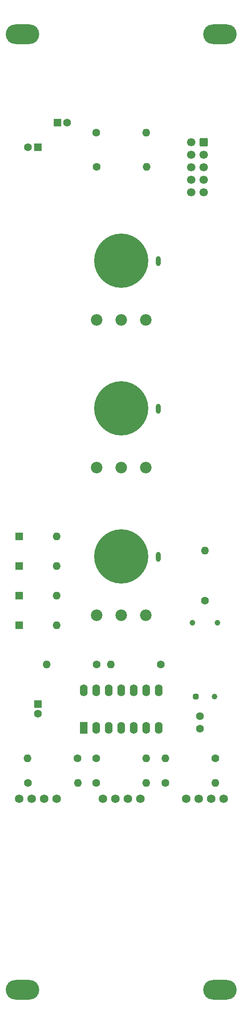
<source format=gbr>
%TF.GenerationSoftware,KiCad,Pcbnew,6.0.9-8da3e8f707~117~ubuntu22.04.1*%
%TF.CreationDate,2022-12-15T23:13:04+01:00*%
%TF.ProjectId,kosmo-sidechain,6b6f736d-6f2d-4736-9964-65636861696e,v1.0.0*%
%TF.SameCoordinates,Original*%
%TF.FileFunction,Soldermask,Bot*%
%TF.FilePolarity,Negative*%
%FSLAX46Y46*%
G04 Gerber Fmt 4.6, Leading zero omitted, Abs format (unit mm)*
G04 Created by KiCad (PCBNEW 6.0.9-8da3e8f707~117~ubuntu22.04.1) date 2022-12-15 23:13:04*
%MOMM*%
%LPD*%
G01*
G04 APERTURE LIST*
G04 Aperture macros list*
%AMRoundRect*
0 Rectangle with rounded corners*
0 $1 Rounding radius*
0 $2 $3 $4 $5 $6 $7 $8 $9 X,Y pos of 4 corners*
0 Add a 4 corners polygon primitive as box body*
4,1,4,$2,$3,$4,$5,$6,$7,$8,$9,$2,$3,0*
0 Add four circle primitives for the rounded corners*
1,1,$1+$1,$2,$3*
1,1,$1+$1,$4,$5*
1,1,$1+$1,$6,$7*
1,1,$1+$1,$8,$9*
0 Add four rect primitives between the rounded corners*
20,1,$1+$1,$2,$3,$4,$5,0*
20,1,$1+$1,$4,$5,$6,$7,0*
20,1,$1+$1,$6,$7,$8,$9,0*
20,1,$1+$1,$8,$9,$2,$3,0*%
G04 Aperture macros list end*
%ADD10R,1.600000X1.600000*%
%ADD11C,1.600000*%
%ADD12O,1.600000X1.600000*%
%ADD13C,1.750000*%
%ADD14R,1.600000X2.400000*%
%ADD15O,1.600000X2.400000*%
%ADD16RoundRect,0.287500X0.287500X-0.287500X0.287500X0.287500X-0.287500X0.287500X-0.287500X-0.287500X0*%
%ADD17C,1.150000*%
%ADD18O,6.800000X4.000000*%
%ADD19O,1.000000X2.000000*%
%ADD20C,11.000000*%
%ADD21C,2.340000*%
%ADD22RoundRect,0.250000X0.600000X0.600000X-0.600000X0.600000X-0.600000X-0.600000X0.600000X-0.600000X0*%
%ADD23C,1.700000*%
G04 APERTURE END LIST*
D10*
%TO.C,C1*%
X53000000Y-164000000D03*
D11*
X53000000Y-166000000D03*
%TD*%
D10*
%TO.C,D1*%
X49190000Y-130000000D03*
D12*
X56810000Y-130000000D03*
%TD*%
D10*
%TO.C,D2*%
X49190000Y-136000000D03*
D12*
X56810000Y-136000000D03*
%TD*%
D10*
%TO.C,D3*%
X49190000Y-142000000D03*
D12*
X56810000Y-142000000D03*
%TD*%
D10*
%TO.C,D4*%
X49190000Y-148000000D03*
D12*
X56810000Y-148000000D03*
%TD*%
D13*
%TO.C,J1*%
X54290000Y-183205000D03*
X56830000Y-183205000D03*
X49210000Y-183205000D03*
X51750000Y-183205000D03*
%TD*%
%TO.C,J2*%
X71290000Y-183205000D03*
X73830000Y-183205000D03*
X66210000Y-183205000D03*
X68750000Y-183205000D03*
%TD*%
%TO.C,J3*%
X88290000Y-183205000D03*
X90830000Y-183205000D03*
X83210000Y-183205000D03*
X85750000Y-183205000D03*
%TD*%
D11*
%TO.C,R1*%
X61080000Y-175000000D03*
D12*
X50920000Y-175000000D03*
%TD*%
D11*
%TO.C,R2*%
X64920000Y-175000000D03*
D12*
X75080000Y-175000000D03*
%TD*%
D11*
%TO.C,R3*%
X51000000Y-180000000D03*
D12*
X61160000Y-180000000D03*
%TD*%
D11*
%TO.C,R4*%
X78000000Y-156000000D03*
D12*
X67840000Y-156000000D03*
%TD*%
D11*
%TO.C,R5*%
X87000000Y-143000000D03*
D12*
X87000000Y-132840000D03*
%TD*%
D11*
%TO.C,R6*%
X65000000Y-156000000D03*
D12*
X54840000Y-156000000D03*
%TD*%
D11*
%TO.C,R7*%
X89080000Y-175000000D03*
D12*
X78920000Y-175000000D03*
%TD*%
D11*
%TO.C,R8*%
X64920000Y-180000000D03*
D12*
X75080000Y-180000000D03*
%TD*%
D11*
%TO.C,R9*%
X78920000Y-180000000D03*
D12*
X89080000Y-180000000D03*
%TD*%
D14*
%TO.C,U1*%
X62375000Y-168800000D03*
D15*
X64915000Y-168800000D03*
X67455000Y-168800000D03*
X69995000Y-168800000D03*
X72535000Y-168800000D03*
X75075000Y-168800000D03*
X77615000Y-168800000D03*
X77615000Y-161180000D03*
X75075000Y-161180000D03*
X72535000Y-161180000D03*
X69995000Y-161180000D03*
X67455000Y-161180000D03*
X64915000Y-161180000D03*
X62375000Y-161180000D03*
%TD*%
D16*
%TO.C,U2*%
X85100000Y-162500000D03*
D17*
X88900000Y-162500000D03*
X84460000Y-147500000D03*
X89540000Y-147500000D03*
%TD*%
D10*
%TO.C,C2*%
X53000000Y-51000000D03*
D11*
X51000000Y-51000000D03*
%TD*%
D10*
%TO.C,C3*%
X57000000Y-46000000D03*
D11*
X59000000Y-46000000D03*
%TD*%
%TO.C,C4*%
X86000000Y-169000000D03*
X86000000Y-166500000D03*
%TD*%
%TO.C,R10*%
X65000000Y-55000000D03*
D12*
X75160000Y-55000000D03*
%TD*%
D11*
%TO.C,R11*%
X64920000Y-48000000D03*
D12*
X75080000Y-48000000D03*
%TD*%
D18*
%TO.C,REF\u002A\u002A*%
X90000000Y-28000000D03*
X90000000Y-222000000D03*
%TD*%
%TO.C,REF\u002A\u002A*%
X49900000Y-222000000D03*
X49900000Y-28000000D03*
%TD*%
D19*
%TO.C,RV1*%
X77500000Y-104100000D03*
D20*
X70000000Y-104000000D03*
D21*
X65000000Y-116000000D03*
X70000000Y-116000000D03*
X75000000Y-116000000D03*
%TD*%
D19*
%TO.C,RV2*%
X77500000Y-74100000D03*
D20*
X70000000Y-74000000D03*
D21*
X65000000Y-86000000D03*
X70000000Y-86000000D03*
X75000000Y-86000000D03*
%TD*%
D19*
%TO.C,RV3*%
X77500000Y-134100000D03*
D20*
X70000000Y-134000000D03*
D21*
X65000000Y-146000000D03*
X70000000Y-146000000D03*
X75000000Y-146000000D03*
%TD*%
D22*
%TO.C,J4*%
X86752500Y-50000000D03*
D23*
X84212500Y-50000000D03*
X86752500Y-52540000D03*
X84212500Y-52540000D03*
X86752500Y-55080000D03*
X84212500Y-55080000D03*
X86752500Y-57620000D03*
X84212500Y-57620000D03*
X86752500Y-60160000D03*
X84212500Y-60160000D03*
%TD*%
M02*

</source>
